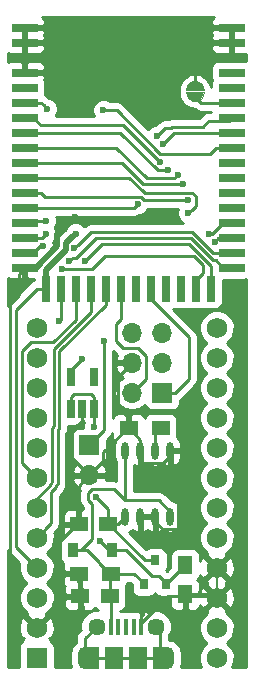
<source format=gbr>
G04 #@! TF.FileFunction,Copper,L1,Top,Signal*
%FSLAX46Y46*%
G04 Gerber Fmt 4.6, Leading zero omitted, Abs format (unit mm)*
G04 Created by KiCad (PCBNEW 4.0.7) date 09/16/18 04:57:12*
%MOMM*%
%LPD*%
G01*
G04 APERTURE LIST*
%ADD10C,0.100000*%
%ADD11C,0.010000*%
%ADD12R,1.752600X1.752600*%
%ADD13C,1.752600*%
%ADD14C,0.400000*%
%ADD15R,0.720000X2.200000*%
%ADD16R,2.200000X0.720000*%
%ADD17R,1.500000X1.900000*%
%ADD18C,1.450000*%
%ADD19R,0.400000X1.350000*%
%ADD20O,1.200000X1.900000*%
%ADD21R,1.200000X1.900000*%
%ADD22R,0.650000X1.560000*%
%ADD23R,0.800000X0.900000*%
%ADD24R,1.250000X1.500000*%
%ADD25R,1.500000X1.250000*%
%ADD26R,1.700000X1.700000*%
%ADD27O,1.700000X1.700000*%
%ADD28R,1.500000X1.300000*%
%ADD29O,0.609600X1.473200*%
%ADD30R,0.900000X1.200000*%
%ADD31C,0.600000*%
%ADD32C,0.250000*%
%ADD33C,0.500000*%
%ADD34C,0.200000*%
%ADD35C,0.254000*%
G04 APERTURE END LIST*
D10*
D11*
G36*
X114251040Y-104288260D02*
X114296240Y-104544760D01*
X114426540Y-104770360D01*
X114626040Y-104937760D01*
X114870840Y-105026860D01*
X115131240Y-105026860D01*
X115376040Y-104937760D01*
X115575540Y-104770360D01*
X115705840Y-104544760D01*
X115751040Y-104288260D01*
X114251040Y-104288260D01*
X114251040Y-104288260D01*
G37*
X114251040Y-104288260D02*
X114296240Y-104544760D01*
X114426540Y-104770360D01*
X114626040Y-104937760D01*
X114870840Y-105026860D01*
X115131240Y-105026860D01*
X115376040Y-104937760D01*
X115575540Y-104770360D01*
X115705840Y-104544760D01*
X115751040Y-104288260D01*
X114251040Y-104288260D01*
G36*
X115751040Y-104088260D02*
X115705840Y-103831760D01*
X115575540Y-103606160D01*
X115376040Y-103438760D01*
X115131240Y-103349660D01*
X114870840Y-103349660D01*
X114626040Y-103438760D01*
X114426540Y-103606160D01*
X114296240Y-103831760D01*
X114251040Y-104088260D01*
X115751040Y-104088260D01*
X115751040Y-104088260D01*
G37*
X115751040Y-104088260D02*
X115705840Y-103831760D01*
X115575540Y-103606160D01*
X115376040Y-103438760D01*
X115131240Y-103349660D01*
X114870840Y-103349660D01*
X114626040Y-103438760D01*
X114426540Y-103606160D01*
X114296240Y-103831760D01*
X114251040Y-104088260D01*
X115751040Y-104088260D01*
D12*
X101600000Y-152146000D03*
D13*
X101600000Y-149606000D03*
X101600000Y-147066000D03*
X101600000Y-144526000D03*
X101600000Y-141986000D03*
X101600000Y-139446000D03*
X101600000Y-136906000D03*
X101600000Y-134366000D03*
X101600000Y-131826000D03*
X101600000Y-129286000D03*
X101600000Y-126746000D03*
X101600000Y-124206000D03*
X116840000Y-124206000D03*
X116840000Y-126746000D03*
X116840000Y-129286000D03*
X116840000Y-131826000D03*
X116840000Y-134366000D03*
X116840000Y-136906000D03*
X116840000Y-139446000D03*
X116840000Y-141986000D03*
X116840000Y-144526000D03*
X116840000Y-147066000D03*
X116840000Y-149606000D03*
X116840000Y-152146000D03*
D14*
X115001040Y-103738260D03*
X115001040Y-104638260D03*
X115001040Y-104638260D03*
X115001040Y-103738260D03*
D15*
X116332000Y-120904000D03*
X115062000Y-120904000D03*
X113792000Y-120904000D03*
X112522000Y-120904000D03*
X111252000Y-120904000D03*
X109982000Y-120904000D03*
X108712000Y-120904000D03*
X107442000Y-120904000D03*
X106172000Y-120904000D03*
X104902000Y-120904000D03*
X103632000Y-120904000D03*
X102362000Y-120904000D03*
D16*
X118110000Y-119126000D03*
X118110000Y-117856000D03*
X118110000Y-116586000D03*
X118110000Y-115316000D03*
X118110000Y-114046000D03*
X118110000Y-112776000D03*
X118110000Y-111506000D03*
X118110000Y-110236000D03*
X118110000Y-108966000D03*
X118110000Y-107696000D03*
X118110000Y-106426000D03*
X118110000Y-105156000D03*
X118110000Y-103886000D03*
X118110000Y-102616000D03*
X118110000Y-100076000D03*
X118110000Y-98806000D03*
X100584000Y-98806000D03*
X100584000Y-100076000D03*
X100584000Y-102616000D03*
X100584000Y-103886000D03*
X100584000Y-105156000D03*
X100584000Y-106426000D03*
X100584000Y-107696000D03*
X100584000Y-108966000D03*
X100584000Y-110236000D03*
X100584000Y-111506000D03*
X100584000Y-112776000D03*
X100584000Y-114046000D03*
X100584000Y-115316000D03*
X100584000Y-116586000D03*
X100584000Y-117856000D03*
X100584000Y-119126000D03*
D17*
X110169200Y-152208980D03*
D18*
X106669200Y-149508980D03*
D19*
X108519200Y-149508980D03*
X107869200Y-149508980D03*
X110469200Y-149508980D03*
X109819200Y-149508980D03*
X109169200Y-149508980D03*
D18*
X111669200Y-149508980D03*
D17*
X108169200Y-152208980D03*
D20*
X105669200Y-152208980D03*
X112669200Y-152208980D03*
D21*
X112069200Y-152208980D03*
X106269200Y-152208980D03*
D22*
X104521000Y-131064000D03*
X105471000Y-131064000D03*
X106421000Y-131064000D03*
X106421000Y-128364000D03*
X104521000Y-128364000D03*
D23*
X110683000Y-145907000D03*
X112583000Y-145907000D03*
X111633000Y-143907000D03*
D24*
X114173000Y-144292000D03*
X114173000Y-146792000D03*
D25*
X107676000Y-140843000D03*
X105176000Y-140843000D03*
D26*
X106072940Y-134167880D03*
D27*
X106072940Y-136707880D03*
D28*
X107903000Y-145034000D03*
X105203000Y-145034000D03*
X112094000Y-132715000D03*
X109394000Y-132715000D03*
D25*
X107803000Y-146939000D03*
X105303000Y-146939000D03*
D26*
X112229900Y-129715260D03*
D27*
X109689900Y-129715260D03*
X112229900Y-127175260D03*
X109689900Y-127175260D03*
X112229900Y-124635260D03*
X109689900Y-124635260D03*
D29*
X112903000Y-134620000D03*
X111633000Y-134620000D03*
X110363000Y-134620000D03*
X109093000Y-134620000D03*
X109093000Y-140208000D03*
X110363000Y-140208000D03*
X111633000Y-140208000D03*
X112903000Y-140208000D03*
D30*
X107949000Y-143002000D03*
X104649000Y-143002000D03*
D31*
X109982000Y-147955000D03*
X105410000Y-147955000D03*
X104815640Y-114808000D03*
X105775760Y-105806484D03*
X101036120Y-120291860D03*
X103124000Y-100076000D03*
X102362000Y-100076000D03*
X109474000Y-100076000D03*
X116078000Y-100076000D03*
X116078000Y-98806000D03*
X109474000Y-98806000D03*
X103124000Y-98806000D03*
X102362000Y-98806000D03*
X102351840Y-115133120D03*
X102144164Y-117310340D03*
X105410000Y-126873000D03*
X104889300Y-116235480D03*
X111757460Y-108003340D03*
X107246420Y-105791000D03*
X112274185Y-108658339D03*
X102402640Y-116265960D03*
X105671708Y-118579336D03*
X103740379Y-119196281D03*
X103525320Y-123639580D03*
X104365728Y-118588588D03*
X104800436Y-117495334D03*
X116682210Y-116926346D03*
X116220410Y-116273078D03*
X112024560Y-110153001D03*
X112760760Y-110881160D03*
X113570969Y-111272954D03*
X113988612Y-112063856D03*
X114438623Y-114513360D03*
X114438623Y-113392642D03*
X102486460Y-105666540D03*
X106426000Y-132588000D03*
X106934000Y-142240000D03*
X106608989Y-138504447D03*
X107294680Y-125310900D03*
X110149810Y-113746280D03*
D32*
X110469200Y-149508980D02*
X110469200Y-149172140D01*
X110469200Y-149172140D02*
X112702340Y-146939000D01*
X112702340Y-146939000D02*
X116713000Y-146939000D01*
X116713000Y-146939000D02*
X116840000Y-147066000D01*
X114173000Y-146792000D02*
X116566000Y-146792000D01*
X116566000Y-146792000D02*
X116840000Y-147066000D01*
X104267000Y-133298000D02*
X104267000Y-134901940D01*
X104267000Y-134901940D02*
X106072940Y-136707880D01*
X105471000Y-131064000D02*
X105471000Y-132094000D01*
X105471000Y-132094000D02*
X104267000Y-133298000D01*
D33*
X104515641Y-115107999D02*
X104815640Y-114808000D01*
X103350423Y-117314617D02*
X103350423Y-116273217D01*
X101539040Y-119126000D02*
X103350423Y-117314617D01*
X100584000Y-119126000D02*
X101539040Y-119126000D01*
X103350423Y-116273217D02*
X104515641Y-115107999D01*
D32*
X109394000Y-132715000D02*
X109394000Y-131815000D01*
X109394000Y-131815000D02*
X108514899Y-130935899D01*
X108514899Y-130935899D02*
X108514899Y-128350261D01*
X108514899Y-128350261D02*
X108839901Y-128025259D01*
X108839901Y-128025259D02*
X109689900Y-127175260D01*
X106072940Y-136707880D02*
X107247941Y-135532879D01*
X107247941Y-135532879D02*
X107247941Y-134761059D01*
X107247941Y-134761059D02*
X109294000Y-132715000D01*
X109294000Y-132715000D02*
X109394000Y-132715000D01*
X112903000Y-134620000D02*
X112903000Y-135606600D01*
X112903000Y-135606600D02*
X113583610Y-136287210D01*
X113583610Y-136287210D02*
X113583610Y-141269610D01*
X110363000Y-134620000D02*
X110363000Y-135606600D01*
X110363000Y-135606600D02*
X110438010Y-135681610D01*
X110438010Y-135681610D02*
X112273190Y-135681610D01*
X112273190Y-135681610D02*
X112903000Y-135051800D01*
X112903000Y-135051800D02*
X112903000Y-134620000D01*
X109394000Y-132715000D02*
X110363000Y-133684000D01*
X110363000Y-133684000D02*
X110363000Y-134620000D01*
X103505000Y-144336000D02*
X103505000Y-142389000D01*
X103505000Y-142389000D02*
X105051000Y-140843000D01*
X105051000Y-140843000D02*
X105176000Y-140843000D01*
X105203000Y-145034000D02*
X104203000Y-145034000D01*
X104203000Y-145034000D02*
X103505000Y-144336000D01*
X110363000Y-140208000D02*
X111633000Y-140208000D01*
X116840000Y-144526000D02*
X113583610Y-141269610D01*
X113583610Y-141269610D02*
X112262810Y-141269610D01*
X112262810Y-141269610D02*
X111633000Y-140639800D01*
X111633000Y-140639800D02*
X111633000Y-140208000D01*
X105176000Y-139968000D02*
X105176000Y-140843000D01*
X105176000Y-137604820D02*
X105176000Y-139968000D01*
X106072940Y-136707880D02*
X105176000Y-137604820D01*
X109982000Y-147955000D02*
X110469200Y-148442200D01*
X110469200Y-148442200D02*
X110469200Y-149508980D01*
X105303000Y-146939000D02*
X105303000Y-147848000D01*
X105303000Y-147848000D02*
X105410000Y-147955000D01*
X105203000Y-145034000D02*
X105203000Y-146839000D01*
X105203000Y-146839000D02*
X105303000Y-146939000D01*
X101600000Y-149606000D02*
X104267000Y-146939000D01*
X104267000Y-146939000D02*
X105303000Y-146939000D01*
X109474000Y-100076000D02*
X108061760Y-100076000D01*
X108061760Y-100076000D02*
X105923080Y-102214680D01*
X105923080Y-102214680D02*
X105923080Y-105659164D01*
X105923080Y-105659164D02*
X105775760Y-105806484D01*
X100584000Y-119126000D02*
X100584000Y-119839740D01*
X100584000Y-119839740D02*
X101036120Y-120291860D01*
X116746020Y-144432020D02*
X116840000Y-144526000D01*
X115001040Y-103738260D02*
X115001040Y-101152960D01*
X115001040Y-101152960D02*
X116078000Y-100076000D01*
X116467500Y-144153500D02*
X116840000Y-144526000D01*
X100584000Y-100076000D02*
X102362000Y-100076000D01*
X109474000Y-100076000D02*
X103124000Y-100076000D01*
X118110000Y-100076000D02*
X116078000Y-100076000D01*
X116078000Y-98806000D02*
X118110000Y-98806000D01*
X103124000Y-98806000D02*
X109474000Y-98806000D01*
X100584000Y-98806000D02*
X102362000Y-98806000D01*
X100584000Y-119126000D02*
X100076000Y-119634000D01*
X100076000Y-119634000D02*
X100076000Y-121412000D01*
X99314000Y-147320000D02*
X101600000Y-149606000D01*
X100076000Y-121412000D02*
X99314000Y-122174000D01*
X99314000Y-122174000D02*
X99314000Y-147320000D01*
X100584000Y-100076000D02*
X100584000Y-102616000D01*
X100584000Y-98806000D02*
X100584000Y-100076000D01*
X118110000Y-100076000D02*
X118110000Y-98806000D01*
X117370000Y-100076000D02*
X118110000Y-100076000D01*
D34*
X116395500Y-144081500D02*
X116840000Y-144526000D01*
X116840000Y-147066000D02*
X116840000Y-145826725D01*
X116840000Y-145826725D02*
X116840000Y-144526000D01*
D32*
X102351840Y-115133120D02*
X100766880Y-115133120D01*
X100766880Y-115133120D02*
X100584000Y-115316000D01*
X100584000Y-115316000D02*
X101324000Y-115316000D01*
X100584000Y-117856000D02*
X101324000Y-117856000D01*
X101934000Y-117246000D02*
X102079824Y-117246000D01*
X101324000Y-117856000D02*
X101934000Y-117246000D01*
X102079824Y-117246000D02*
X102144164Y-117310340D01*
D33*
X104589301Y-116535479D02*
X104889300Y-116235480D01*
X102362000Y-119293005D02*
X104050434Y-117604571D01*
X104050434Y-117074346D02*
X104589301Y-116535479D01*
X102362000Y-120904000D02*
X102362000Y-119293005D01*
X104050434Y-117604571D02*
X104050434Y-117074346D01*
D32*
X105410000Y-126873000D02*
X104521000Y-127762000D01*
X104521000Y-127762000D02*
X104521000Y-128364000D01*
X101600000Y-144526000D02*
X99822000Y-142748000D01*
X99822000Y-142748000D02*
X99822000Y-122682000D01*
X99822000Y-122682000D02*
X101600000Y-120904000D01*
X101600000Y-120904000D02*
X101854000Y-120904000D01*
X101854000Y-120904000D02*
X102362000Y-120904000D01*
X102362000Y-120904000D02*
X102362000Y-120164000D01*
X118110000Y-106426000D02*
X117858540Y-106677460D01*
X117858540Y-106677460D02*
X116197380Y-106677460D01*
X116197380Y-106677460D02*
X115798600Y-107076240D01*
X115798600Y-107076240D02*
X115798600Y-107109260D01*
X115798600Y-107109260D02*
X115661870Y-107245990D01*
X115661870Y-107245990D02*
X113050124Y-107245990D01*
X113050124Y-107245990D02*
X112993814Y-107302300D01*
X112993814Y-107302300D02*
X112458500Y-107302300D01*
X112458500Y-107302300D02*
X112057459Y-107703341D01*
X112057459Y-107703341D02*
X111757460Y-108003340D01*
X101600000Y-147066000D02*
X101838340Y-147066000D01*
X108379344Y-105791000D02*
X107670684Y-105791000D01*
X112047265Y-109458921D02*
X108379344Y-105791000D01*
X116267079Y-109458921D02*
X112047265Y-109458921D01*
X116760000Y-108966000D02*
X116267079Y-109458921D01*
X118110000Y-108966000D02*
X116760000Y-108966000D01*
X107670684Y-105791000D02*
X107246420Y-105791000D01*
D34*
X101926000Y-146740000D02*
X101600000Y-147066000D01*
D32*
X112574184Y-108358340D02*
X112274185Y-108658339D01*
X118110000Y-107696000D02*
X113236524Y-107696000D01*
X113236524Y-107696000D02*
X112574184Y-108358340D01*
X100584000Y-116586000D02*
X102082600Y-116586000D01*
X102082600Y-116586000D02*
X102402640Y-116265960D01*
X100584000Y-116586000D02*
X101324000Y-116586000D01*
X116332000Y-120904000D02*
X116332000Y-118946347D01*
X107161479Y-117089565D02*
X105971707Y-118279337D01*
X105971707Y-118279337D02*
X105671708Y-118579336D01*
X114475218Y-117089565D02*
X107161479Y-117089565D01*
X116332000Y-118946347D02*
X114475218Y-117089565D01*
X116332000Y-120904000D02*
X116332000Y-121644000D01*
X104164643Y-119196281D02*
X103740379Y-119196281D01*
X115672000Y-118922758D02*
X114887182Y-118137940D01*
X115672000Y-119554000D02*
X115672000Y-118922758D01*
X115062000Y-120904000D02*
X115062000Y-120164000D01*
X106311981Y-119225221D02*
X104193583Y-119225221D01*
X114887182Y-118137940D02*
X107399262Y-118137940D01*
X104193583Y-119225221D02*
X104164643Y-119196281D01*
X115062000Y-120164000D02*
X115672000Y-119554000D01*
X107399262Y-118137940D02*
X106311981Y-119225221D01*
X115062000Y-120904000D02*
X115062000Y-121644000D01*
X111252000Y-120904000D02*
X111252000Y-121644000D01*
X111252000Y-120904000D02*
X111252000Y-121795540D01*
X111252000Y-121795540D02*
X114490500Y-125034040D01*
X114490500Y-125034040D02*
X114490500Y-128554660D01*
X114490500Y-128554660D02*
X113329900Y-129715260D01*
X113329900Y-129715260D02*
X112229900Y-129715260D01*
X109689900Y-129715260D02*
X110864901Y-128540259D01*
X110864901Y-128540259D02*
X110864901Y-126611259D01*
X110864901Y-126611259D02*
X110202082Y-125948440D01*
X110202082Y-125948440D02*
X108912660Y-125948440D01*
X108912660Y-125948440D02*
X108313220Y-125349000D01*
X108313220Y-125349000D02*
X108313220Y-123855480D01*
X108313220Y-123855480D02*
X108712000Y-123456700D01*
X108712000Y-123456700D02*
X108712000Y-120904000D01*
X108712000Y-120904000D02*
X108712000Y-121644000D01*
X108712000Y-120904000D02*
X108712000Y-120164000D01*
X102476299Y-141109701D02*
X101600000Y-141986000D01*
X102809978Y-138110359D02*
X102809978Y-140776022D01*
X102809978Y-140776022D02*
X102476299Y-141109701D01*
X103366975Y-137439985D02*
X103251312Y-137555648D01*
X103251312Y-137555648D02*
X103251312Y-137669025D01*
X103366978Y-132879343D02*
X103366975Y-137439985D01*
X103524458Y-132721863D02*
X103366978Y-132879343D01*
X107442000Y-122254000D02*
X103524458Y-126171542D01*
X103251312Y-137669025D02*
X102809978Y-138110359D01*
X103524458Y-126171542D02*
X103524458Y-132721863D01*
X107442000Y-120904000D02*
X107442000Y-122254000D01*
X102801301Y-137482625D02*
X101600000Y-138683926D01*
X106172000Y-122887589D02*
X103074447Y-125985142D01*
X102916967Y-132692943D02*
X102916965Y-137253583D01*
X101600000Y-138683926D02*
X101600000Y-139446000D01*
X102801301Y-137369248D02*
X102801301Y-137482625D01*
X106172000Y-120904000D02*
X106172000Y-122887589D01*
X103074447Y-132535463D02*
X102916967Y-132692943D01*
X102916965Y-137253583D02*
X102801301Y-137369248D01*
X103074447Y-125985142D02*
X103074447Y-132535463D01*
X104902000Y-120904000D02*
X104902000Y-123521178D01*
X104902000Y-123521178D02*
X103015877Y-125407301D01*
X103015877Y-125407301D02*
X101160773Y-125407301D01*
X101160773Y-125407301D02*
X100398699Y-126169375D01*
X100723701Y-136029701D02*
X101600000Y-136906000D01*
X100398699Y-126169375D02*
X100398699Y-135704699D01*
X100398699Y-135704699D02*
X100723701Y-136029701D01*
X103632000Y-120904000D02*
X103632000Y-123532900D01*
X103632000Y-123532900D02*
X103525320Y-123639580D01*
X103632000Y-120904000D02*
X103632000Y-121644000D01*
X104665727Y-118288589D02*
X104365728Y-118588588D01*
X104932185Y-118288589D02*
X104665727Y-118288589D01*
X106591594Y-116629180D02*
X104932185Y-118288589D01*
X114651244Y-116629180D02*
X106591594Y-116629180D01*
X116538064Y-118516000D02*
X114651244Y-116629180D01*
X116760000Y-118516000D02*
X116538064Y-118516000D01*
X118110000Y-119126000D02*
X117370000Y-119126000D01*
X117370000Y-119126000D02*
X116760000Y-118516000D01*
X105100435Y-117195335D02*
X104800436Y-117495334D01*
X114759334Y-116100860D02*
X106194910Y-116100860D01*
X118110000Y-117856000D02*
X116514474Y-117856000D01*
X106194910Y-116100860D02*
X105100435Y-117195335D01*
X116514474Y-117856000D02*
X114759334Y-116100860D01*
X101600000Y-129286000D02*
X102011480Y-128874520D01*
X117022556Y-116586000D02*
X116982209Y-116626347D01*
X116982209Y-116626347D02*
X116682210Y-116926346D01*
X118110000Y-116586000D02*
X117022556Y-116586000D01*
X116412922Y-116273078D02*
X116220410Y-116273078D01*
X118110000Y-115316000D02*
X117370000Y-115316000D01*
X117370000Y-115316000D02*
X116412922Y-116273078D01*
X111724561Y-109853002D02*
X112024560Y-110153001D01*
X108907559Y-107036000D02*
X111724561Y-109853002D01*
X101934000Y-107036000D02*
X108907559Y-107036000D01*
X100584000Y-106426000D02*
X101324000Y-106426000D01*
X101324000Y-106426000D02*
X101934000Y-107036000D01*
X100584000Y-107696000D02*
X108650596Y-107696000D01*
X108650596Y-107696000D02*
X111835756Y-110881160D01*
X111835756Y-110881160D02*
X112336496Y-110881160D01*
X112336496Y-110881160D02*
X112760760Y-110881160D01*
X108294996Y-108966000D02*
X110901949Y-111572953D01*
X113270970Y-111572953D02*
X113570969Y-111272954D01*
X100584000Y-108966000D02*
X108294996Y-108966000D01*
X110901949Y-111572953D02*
X113270970Y-111572953D01*
X100584000Y-110236000D02*
X108802996Y-110236000D01*
X108802996Y-110236000D02*
X110630852Y-112063856D01*
X110630852Y-112063856D02*
X113564348Y-112063856D01*
X113564348Y-112063856D02*
X113988612Y-112063856D01*
X115063625Y-113888358D02*
X114738622Y-114213361D01*
X115063625Y-113092640D02*
X115063625Y-113888358D01*
X110732582Y-112767640D02*
X114738625Y-112767640D01*
X110636212Y-112671270D02*
X110732582Y-112767640D01*
X109417465Y-111506000D02*
X110582733Y-112671268D01*
X100584000Y-111506000D02*
X109417465Y-111506000D01*
X110582733Y-112671268D02*
X110636212Y-112671270D01*
X114738622Y-114213361D02*
X114438623Y-114513360D01*
X114738625Y-112767640D02*
X115063625Y-113092640D01*
X110449811Y-113121279D02*
X110721174Y-113392642D01*
X101934000Y-112776000D02*
X102279279Y-113121279D01*
X102279279Y-113121279D02*
X110449811Y-113121279D01*
X114014359Y-113392642D02*
X114438623Y-113392642D01*
X100584000Y-112776000D02*
X101934000Y-112776000D01*
X110721174Y-113392642D02*
X114014359Y-113392642D01*
X115001040Y-104638260D02*
X115518780Y-105156000D01*
X115518780Y-105156000D02*
X118110000Y-105156000D01*
X100584000Y-105156000D02*
X101975920Y-105156000D01*
X101975920Y-105156000D02*
X102186461Y-105366541D01*
X102186461Y-105366541D02*
X102486460Y-105666540D01*
X112069200Y-152208980D02*
X112069200Y-149908980D01*
X112069200Y-149908980D02*
X111669200Y-149508980D01*
X110169200Y-152208980D02*
X112669200Y-152208980D01*
X108169200Y-152208980D02*
X110169200Y-152208980D01*
X108169200Y-152208980D02*
X105669200Y-152208980D01*
X106669200Y-149508980D02*
X105669200Y-150508980D01*
X105669200Y-150508980D02*
X105669200Y-152208980D01*
X104649000Y-143002000D02*
X105349000Y-143002000D01*
X105983988Y-138204446D02*
X106308988Y-137879446D01*
X105983988Y-138804448D02*
X105983988Y-138204446D01*
X108161445Y-137879445D02*
X109093000Y-138811000D01*
X105349000Y-143002000D02*
X106293707Y-142057293D01*
X106308988Y-137879446D02*
X108161445Y-137879445D01*
X106293707Y-139114167D02*
X105983988Y-138804448D01*
X106293707Y-142057293D02*
X106293707Y-139114167D01*
X109093000Y-138811000D02*
X111937800Y-138811000D01*
X109093000Y-134620000D02*
X109093000Y-138811000D01*
X111937800Y-138811000D02*
X112903000Y-139776200D01*
X112903000Y-139776200D02*
X112903000Y-140208000D01*
X107903000Y-145034000D02*
X109860000Y-145034000D01*
X109860000Y-145034000D02*
X110683000Y-145857000D01*
X110683000Y-145857000D02*
X110683000Y-145907000D01*
X104649000Y-143002000D02*
X105871000Y-143002000D01*
X105871000Y-143002000D02*
X106903000Y-144034000D01*
X106903000Y-144034000D02*
X106903000Y-144134000D01*
X106903000Y-144134000D02*
X107803000Y-145034000D01*
X107803000Y-145034000D02*
X107903000Y-145034000D01*
X107803000Y-146939000D02*
X107803000Y-145134000D01*
X107803000Y-145134000D02*
X107903000Y-145034000D01*
X107869200Y-149508980D02*
X107869200Y-147005200D01*
X107869200Y-147005200D02*
X107803000Y-146939000D01*
X107869200Y-149033980D02*
X107869200Y-149508980D01*
X104761000Y-129794000D02*
X106181000Y-129794000D01*
X106181000Y-129794000D02*
X106421000Y-130034000D01*
X106421000Y-130034000D02*
X106421000Y-131064000D01*
X104521000Y-131064000D02*
X104521000Y-130034000D01*
X104521000Y-130034000D02*
X104761000Y-129794000D01*
X106426000Y-132588000D02*
X106426000Y-131069000D01*
X106426000Y-131069000D02*
X106421000Y-131064000D01*
X107949000Y-143002000D02*
X107696000Y-143002000D01*
X107696000Y-143002000D02*
X106934000Y-142240000D01*
X108649000Y-143002000D02*
X107949000Y-143002000D01*
X109198590Y-143002000D02*
X108649000Y-143002000D01*
X111403590Y-145207000D02*
X109198590Y-143002000D01*
X111933000Y-145207000D02*
X111403590Y-145207000D01*
X112583000Y-145857000D02*
X111933000Y-145207000D01*
X112583000Y-145907000D02*
X112583000Y-145857000D01*
X112583000Y-145907000D02*
X112583000Y-145882000D01*
X112583000Y-145882000D02*
X114173000Y-144292000D01*
X107676000Y-139571458D02*
X106908988Y-138804446D01*
X106908988Y-138804446D02*
X106608989Y-138504447D01*
X107676000Y-140843000D02*
X107676000Y-139571458D01*
X111633000Y-143907000D02*
X110740000Y-143907000D01*
X110740000Y-143907000D02*
X107676000Y-140843000D01*
X107676000Y-140843000D02*
X108458000Y-140843000D01*
X108458000Y-140843000D02*
X109093000Y-140208000D01*
X107294680Y-125310900D02*
X107294680Y-132885180D01*
X107294680Y-132885180D02*
X106072940Y-134106920D01*
X106072940Y-134106920D02*
X106072940Y-134167880D01*
X111633000Y-134620000D02*
X111633000Y-133176000D01*
X111633000Y-133176000D02*
X112094000Y-132715000D01*
X109850090Y-114046000D02*
X110149810Y-113746280D01*
X100584000Y-114046000D02*
X109850090Y-114046000D01*
D35*
G36*
X105492838Y-132079317D02*
X105573056Y-132203979D01*
X105491162Y-132401201D01*
X105490927Y-132670440D01*
X105222940Y-132670440D01*
X104987623Y-132714718D01*
X104771499Y-132853790D01*
X104626509Y-133065990D01*
X104575500Y-133317880D01*
X104575500Y-135017880D01*
X104619778Y-135253197D01*
X104758850Y-135469321D01*
X104971050Y-135614311D01*
X105079047Y-135636181D01*
X104801295Y-135940956D01*
X104631464Y-136350990D01*
X104752785Y-136580880D01*
X105945940Y-136580880D01*
X105945940Y-136560880D01*
X106199940Y-136560880D01*
X106199940Y-136580880D01*
X107393095Y-136580880D01*
X107514416Y-136350990D01*
X107344585Y-135940956D01*
X107068439Y-135637943D01*
X107158257Y-135621042D01*
X107374381Y-135481970D01*
X107519371Y-135269770D01*
X107570380Y-135017880D01*
X107570380Y-133684282D01*
X107832081Y-133422581D01*
X107996828Y-133176020D01*
X108009000Y-133114828D01*
X108009000Y-133491310D01*
X108105673Y-133724699D01*
X108217756Y-133836782D01*
X108153200Y-134161329D01*
X108153200Y-135078671D01*
X108224738Y-135438317D01*
X108333000Y-135600343D01*
X108333000Y-137153570D01*
X108161445Y-137119445D01*
X107491770Y-137119445D01*
X107514416Y-137064770D01*
X107393095Y-136834880D01*
X106199940Y-136834880D01*
X106199940Y-136854880D01*
X105945940Y-136854880D01*
X105945940Y-136834880D01*
X104752785Y-136834880D01*
X104631464Y-137064770D01*
X104801295Y-137474804D01*
X105191582Y-137903063D01*
X105276047Y-137942730D01*
X105223988Y-138204446D01*
X105223988Y-138804448D01*
X105281840Y-139095287D01*
X105446587Y-139341849D01*
X105533707Y-139428969D01*
X105533707Y-139583000D01*
X105461750Y-139583000D01*
X105303000Y-139741750D01*
X105303000Y-140716000D01*
X105323000Y-140716000D01*
X105323000Y-140970000D01*
X105303000Y-140970000D01*
X105303000Y-140990000D01*
X105049000Y-140990000D01*
X105049000Y-140970000D01*
X103949750Y-140970000D01*
X103791000Y-141128750D01*
X103791000Y-141594310D01*
X103887673Y-141827699D01*
X103899873Y-141839899D01*
X103747559Y-141937910D01*
X103602569Y-142150110D01*
X103551560Y-142402000D01*
X103551560Y-143602000D01*
X103595838Y-143837317D01*
X103734910Y-144053441D01*
X103865612Y-144142746D01*
X103818000Y-144257690D01*
X103818000Y-144748250D01*
X103976750Y-144907000D01*
X105076000Y-144907000D01*
X105076000Y-144887000D01*
X105330000Y-144887000D01*
X105330000Y-144907000D01*
X105350000Y-144907000D01*
X105350000Y-145161000D01*
X105330000Y-145161000D01*
X105330000Y-146160250D01*
X105430000Y-146260250D01*
X105430000Y-146812000D01*
X105450000Y-146812000D01*
X105450000Y-147066000D01*
X105430000Y-147066000D01*
X105430000Y-148040250D01*
X105588750Y-148199000D01*
X106179309Y-148199000D01*
X106412698Y-148102327D01*
X106553936Y-147961090D01*
X106588910Y-148015441D01*
X106784498Y-148149080D01*
X106399866Y-148148744D01*
X105899828Y-148355356D01*
X105516920Y-148737596D01*
X105309437Y-149237272D01*
X105308964Y-149778314D01*
X105313671Y-149789707D01*
X105131799Y-149971579D01*
X104967052Y-150218141D01*
X104909200Y-150508980D01*
X104909200Y-150878962D01*
X104795923Y-150954651D01*
X104528209Y-151355314D01*
X104434200Y-151827928D01*
X104434200Y-152590032D01*
X104507791Y-152960000D01*
X103123740Y-152960000D01*
X103123740Y-151269700D01*
X103079462Y-151034383D01*
X102940390Y-150818259D01*
X102728190Y-150673269D01*
X102711720Y-150669934D01*
X102777631Y-150604023D01*
X102663003Y-150489395D01*
X102917027Y-150405896D01*
X103122882Y-149841003D01*
X103096891Y-149240332D01*
X102917027Y-148806104D01*
X102663001Y-148722604D01*
X101779605Y-149606000D01*
X101793748Y-149620143D01*
X101614143Y-149799748D01*
X101600000Y-149785605D01*
X101585858Y-149799748D01*
X101406253Y-149620143D01*
X101420395Y-149606000D01*
X100536999Y-148722604D01*
X100282973Y-148806104D01*
X100077118Y-149370997D01*
X100103109Y-149971668D01*
X100282973Y-150405896D01*
X100536997Y-150489395D01*
X100422369Y-150604023D01*
X100486254Y-150667908D01*
X100272259Y-150805610D01*
X100127269Y-151017810D01*
X100076260Y-151269700D01*
X100076260Y-152960000D01*
X99135000Y-152960000D01*
X99135000Y-143061510D01*
X99284599Y-143285401D01*
X100128367Y-144129169D01*
X100088963Y-144224065D01*
X100088438Y-144825297D01*
X100318035Y-145380964D01*
X100732698Y-145796351D01*
X100319529Y-146208800D01*
X100088963Y-146764065D01*
X100088438Y-147365297D01*
X100318035Y-147920964D01*
X100742800Y-148346471D01*
X100776592Y-148360503D01*
X100716604Y-148542999D01*
X101600000Y-149426395D01*
X102483396Y-148542999D01*
X102423553Y-148360944D01*
X102454964Y-148347965D01*
X102880471Y-147923200D01*
X103111037Y-147367935D01*
X103111162Y-147224750D01*
X103918000Y-147224750D01*
X103918000Y-147690310D01*
X104014673Y-147923699D01*
X104193302Y-148102327D01*
X104426691Y-148199000D01*
X105017250Y-148199000D01*
X105176000Y-148040250D01*
X105176000Y-147066000D01*
X104076750Y-147066000D01*
X103918000Y-147224750D01*
X103111162Y-147224750D01*
X103111562Y-146766703D01*
X102881965Y-146211036D01*
X102467302Y-145795649D01*
X102880471Y-145383200D01*
X102906817Y-145319750D01*
X103818000Y-145319750D01*
X103818000Y-145810310D01*
X103914673Y-146043699D01*
X103959200Y-146088225D01*
X103918000Y-146187690D01*
X103918000Y-146653250D01*
X104076750Y-146812000D01*
X105176000Y-146812000D01*
X105176000Y-145837750D01*
X105076000Y-145737750D01*
X105076000Y-145161000D01*
X103976750Y-145161000D01*
X103818000Y-145319750D01*
X102906817Y-145319750D01*
X103111037Y-144827935D01*
X103111562Y-144226703D01*
X102881965Y-143671036D01*
X102467302Y-143255649D01*
X102880471Y-142843200D01*
X103111037Y-142287935D01*
X103111562Y-141686703D01*
X103071370Y-141589432D01*
X103347379Y-141313423D01*
X103512126Y-141066862D01*
X103569978Y-140776022D01*
X103569978Y-140091690D01*
X103791000Y-140091690D01*
X103791000Y-140557250D01*
X103949750Y-140716000D01*
X105049000Y-140716000D01*
X105049000Y-139741750D01*
X104890250Y-139583000D01*
X104299691Y-139583000D01*
X104066302Y-139679673D01*
X103887673Y-139858301D01*
X103791000Y-140091690D01*
X103569978Y-140091690D01*
X103569978Y-138425161D01*
X103788713Y-138206426D01*
X103953460Y-137959864D01*
X103969303Y-137880216D01*
X104069123Y-137730825D01*
X104126975Y-137439985D01*
X104126978Y-133161807D01*
X104226606Y-133012703D01*
X104284458Y-132721863D01*
X104284458Y-132491440D01*
X104846000Y-132491440D01*
X104986086Y-132465081D01*
X105019690Y-132479000D01*
X105185250Y-132479000D01*
X105344000Y-132320250D01*
X105344000Y-132239949D01*
X105442431Y-132095890D01*
X105470176Y-131958880D01*
X105492838Y-132079317D01*
X105492838Y-132079317D01*
G37*
X105492838Y-132079317D02*
X105573056Y-132203979D01*
X105491162Y-132401201D01*
X105490927Y-132670440D01*
X105222940Y-132670440D01*
X104987623Y-132714718D01*
X104771499Y-132853790D01*
X104626509Y-133065990D01*
X104575500Y-133317880D01*
X104575500Y-135017880D01*
X104619778Y-135253197D01*
X104758850Y-135469321D01*
X104971050Y-135614311D01*
X105079047Y-135636181D01*
X104801295Y-135940956D01*
X104631464Y-136350990D01*
X104752785Y-136580880D01*
X105945940Y-136580880D01*
X105945940Y-136560880D01*
X106199940Y-136560880D01*
X106199940Y-136580880D01*
X107393095Y-136580880D01*
X107514416Y-136350990D01*
X107344585Y-135940956D01*
X107068439Y-135637943D01*
X107158257Y-135621042D01*
X107374381Y-135481970D01*
X107519371Y-135269770D01*
X107570380Y-135017880D01*
X107570380Y-133684282D01*
X107832081Y-133422581D01*
X107996828Y-133176020D01*
X108009000Y-133114828D01*
X108009000Y-133491310D01*
X108105673Y-133724699D01*
X108217756Y-133836782D01*
X108153200Y-134161329D01*
X108153200Y-135078671D01*
X108224738Y-135438317D01*
X108333000Y-135600343D01*
X108333000Y-137153570D01*
X108161445Y-137119445D01*
X107491770Y-137119445D01*
X107514416Y-137064770D01*
X107393095Y-136834880D01*
X106199940Y-136834880D01*
X106199940Y-136854880D01*
X105945940Y-136854880D01*
X105945940Y-136834880D01*
X104752785Y-136834880D01*
X104631464Y-137064770D01*
X104801295Y-137474804D01*
X105191582Y-137903063D01*
X105276047Y-137942730D01*
X105223988Y-138204446D01*
X105223988Y-138804448D01*
X105281840Y-139095287D01*
X105446587Y-139341849D01*
X105533707Y-139428969D01*
X105533707Y-139583000D01*
X105461750Y-139583000D01*
X105303000Y-139741750D01*
X105303000Y-140716000D01*
X105323000Y-140716000D01*
X105323000Y-140970000D01*
X105303000Y-140970000D01*
X105303000Y-140990000D01*
X105049000Y-140990000D01*
X105049000Y-140970000D01*
X103949750Y-140970000D01*
X103791000Y-141128750D01*
X103791000Y-141594310D01*
X103887673Y-141827699D01*
X103899873Y-141839899D01*
X103747559Y-141937910D01*
X103602569Y-142150110D01*
X103551560Y-142402000D01*
X103551560Y-143602000D01*
X103595838Y-143837317D01*
X103734910Y-144053441D01*
X103865612Y-144142746D01*
X103818000Y-144257690D01*
X103818000Y-144748250D01*
X103976750Y-144907000D01*
X105076000Y-144907000D01*
X105076000Y-144887000D01*
X105330000Y-144887000D01*
X105330000Y-144907000D01*
X105350000Y-144907000D01*
X105350000Y-145161000D01*
X105330000Y-145161000D01*
X105330000Y-146160250D01*
X105430000Y-146260250D01*
X105430000Y-146812000D01*
X105450000Y-146812000D01*
X105450000Y-147066000D01*
X105430000Y-147066000D01*
X105430000Y-148040250D01*
X105588750Y-148199000D01*
X106179309Y-148199000D01*
X106412698Y-148102327D01*
X106553936Y-147961090D01*
X106588910Y-148015441D01*
X106784498Y-148149080D01*
X106399866Y-148148744D01*
X105899828Y-148355356D01*
X105516920Y-148737596D01*
X105309437Y-149237272D01*
X105308964Y-149778314D01*
X105313671Y-149789707D01*
X105131799Y-149971579D01*
X104967052Y-150218141D01*
X104909200Y-150508980D01*
X104909200Y-150878962D01*
X104795923Y-150954651D01*
X104528209Y-151355314D01*
X104434200Y-151827928D01*
X104434200Y-152590032D01*
X104507791Y-152960000D01*
X103123740Y-152960000D01*
X103123740Y-151269700D01*
X103079462Y-151034383D01*
X102940390Y-150818259D01*
X102728190Y-150673269D01*
X102711720Y-150669934D01*
X102777631Y-150604023D01*
X102663003Y-150489395D01*
X102917027Y-150405896D01*
X103122882Y-149841003D01*
X103096891Y-149240332D01*
X102917027Y-148806104D01*
X102663001Y-148722604D01*
X101779605Y-149606000D01*
X101793748Y-149620143D01*
X101614143Y-149799748D01*
X101600000Y-149785605D01*
X101585858Y-149799748D01*
X101406253Y-149620143D01*
X101420395Y-149606000D01*
X100536999Y-148722604D01*
X100282973Y-148806104D01*
X100077118Y-149370997D01*
X100103109Y-149971668D01*
X100282973Y-150405896D01*
X100536997Y-150489395D01*
X100422369Y-150604023D01*
X100486254Y-150667908D01*
X100272259Y-150805610D01*
X100127269Y-151017810D01*
X100076260Y-151269700D01*
X100076260Y-152960000D01*
X99135000Y-152960000D01*
X99135000Y-143061510D01*
X99284599Y-143285401D01*
X100128367Y-144129169D01*
X100088963Y-144224065D01*
X100088438Y-144825297D01*
X100318035Y-145380964D01*
X100732698Y-145796351D01*
X100319529Y-146208800D01*
X100088963Y-146764065D01*
X100088438Y-147365297D01*
X100318035Y-147920964D01*
X100742800Y-148346471D01*
X100776592Y-148360503D01*
X100716604Y-148542999D01*
X101600000Y-149426395D01*
X102483396Y-148542999D01*
X102423553Y-148360944D01*
X102454964Y-148347965D01*
X102880471Y-147923200D01*
X103111037Y-147367935D01*
X103111162Y-147224750D01*
X103918000Y-147224750D01*
X103918000Y-147690310D01*
X104014673Y-147923699D01*
X104193302Y-148102327D01*
X104426691Y-148199000D01*
X105017250Y-148199000D01*
X105176000Y-148040250D01*
X105176000Y-147066000D01*
X104076750Y-147066000D01*
X103918000Y-147224750D01*
X103111162Y-147224750D01*
X103111562Y-146766703D01*
X102881965Y-146211036D01*
X102467302Y-145795649D01*
X102880471Y-145383200D01*
X102906817Y-145319750D01*
X103818000Y-145319750D01*
X103818000Y-145810310D01*
X103914673Y-146043699D01*
X103959200Y-146088225D01*
X103918000Y-146187690D01*
X103918000Y-146653250D01*
X104076750Y-146812000D01*
X105176000Y-146812000D01*
X105176000Y-145837750D01*
X105076000Y-145737750D01*
X105076000Y-145161000D01*
X103976750Y-145161000D01*
X103818000Y-145319750D01*
X102906817Y-145319750D01*
X103111037Y-144827935D01*
X103111562Y-144226703D01*
X102881965Y-143671036D01*
X102467302Y-143255649D01*
X102880471Y-142843200D01*
X103111037Y-142287935D01*
X103111562Y-141686703D01*
X103071370Y-141589432D01*
X103347379Y-141313423D01*
X103512126Y-141066862D01*
X103569978Y-140776022D01*
X103569978Y-140091690D01*
X103791000Y-140091690D01*
X103791000Y-140557250D01*
X103949750Y-140716000D01*
X105049000Y-140716000D01*
X105049000Y-139741750D01*
X104890250Y-139583000D01*
X104299691Y-139583000D01*
X104066302Y-139679673D01*
X103887673Y-139858301D01*
X103791000Y-140091690D01*
X103569978Y-140091690D01*
X103569978Y-138425161D01*
X103788713Y-138206426D01*
X103953460Y-137959864D01*
X103969303Y-137880216D01*
X104069123Y-137730825D01*
X104126975Y-137439985D01*
X104126978Y-133161807D01*
X104226606Y-133012703D01*
X104284458Y-132721863D01*
X104284458Y-132491440D01*
X104846000Y-132491440D01*
X104986086Y-132465081D01*
X105019690Y-132479000D01*
X105185250Y-132479000D01*
X105344000Y-132320250D01*
X105344000Y-132239949D01*
X105442431Y-132095890D01*
X105470176Y-131958880D01*
X105492838Y-132079317D01*
G36*
X119305000Y-152960000D02*
X118138409Y-152960000D01*
X118351037Y-152447935D01*
X118351562Y-151846703D01*
X118121965Y-151291036D01*
X117707302Y-150875649D01*
X118120471Y-150463200D01*
X118351037Y-149907935D01*
X118351562Y-149306703D01*
X118121965Y-148751036D01*
X117697200Y-148325529D01*
X117663408Y-148311497D01*
X117723396Y-148129001D01*
X116840000Y-147245605D01*
X115956604Y-148129001D01*
X116016447Y-148311056D01*
X115985036Y-148324035D01*
X115559529Y-148748800D01*
X115328963Y-149304065D01*
X115328438Y-149905297D01*
X115558035Y-150460964D01*
X115972698Y-150876351D01*
X115559529Y-151288800D01*
X115328963Y-151844065D01*
X115328438Y-152445297D01*
X115541109Y-152960000D01*
X113830609Y-152960000D01*
X113904200Y-152590032D01*
X113904200Y-151827928D01*
X113810191Y-151355314D01*
X113542477Y-150954651D01*
X113141814Y-150686937D01*
X112829200Y-150624754D01*
X112829200Y-150261772D01*
X113028963Y-149780688D01*
X113029436Y-149239646D01*
X112822824Y-148739608D01*
X112440584Y-148356700D01*
X111940908Y-148149217D01*
X111399866Y-148148744D01*
X111033407Y-148300162D01*
X111028898Y-148295653D01*
X110795509Y-148198980D01*
X110727950Y-148198980D01*
X110569200Y-148357730D01*
X110569200Y-148516047D01*
X110483290Y-148382539D01*
X110271090Y-148237549D01*
X110243415Y-148231945D01*
X110210450Y-148198980D01*
X110142891Y-148198980D01*
X110122447Y-148207448D01*
X110019200Y-148186540D01*
X109619200Y-148186540D01*
X109489611Y-148210924D01*
X109369200Y-148186540D01*
X108969200Y-148186540D01*
X108839611Y-148210924D01*
X108719200Y-148186540D01*
X108685332Y-148186540D01*
X108788317Y-148167162D01*
X109004441Y-148028090D01*
X109149431Y-147815890D01*
X109200440Y-147564000D01*
X109200440Y-146314000D01*
X109156162Y-146078683D01*
X109154078Y-146075444D01*
X109249431Y-145935890D01*
X109278164Y-145794000D01*
X109545198Y-145794000D01*
X109635560Y-145884362D01*
X109635560Y-146357000D01*
X109679838Y-146592317D01*
X109818910Y-146808441D01*
X110031110Y-146953431D01*
X110283000Y-147004440D01*
X111083000Y-147004440D01*
X111318317Y-146960162D01*
X111534441Y-146821090D01*
X111633633Y-146675917D01*
X111718910Y-146808441D01*
X111931110Y-146953431D01*
X112183000Y-147004440D01*
X112983000Y-147004440D01*
X112987077Y-147003673D01*
X112913000Y-147077750D01*
X112913000Y-147668309D01*
X113009673Y-147901698D01*
X113188301Y-148080327D01*
X113421690Y-148177000D01*
X113887250Y-148177000D01*
X114046000Y-148018250D01*
X114046000Y-146919000D01*
X114026000Y-146919000D01*
X114026000Y-146665000D01*
X114046000Y-146665000D01*
X114046000Y-146645000D01*
X114300000Y-146645000D01*
X114300000Y-146665000D01*
X114320000Y-146665000D01*
X114320000Y-146919000D01*
X114300000Y-146919000D01*
X114300000Y-148018250D01*
X114458750Y-148177000D01*
X114924310Y-148177000D01*
X115157699Y-148080327D01*
X115336327Y-147901698D01*
X115433000Y-147668309D01*
X115433000Y-147648683D01*
X115522973Y-147865896D01*
X115776999Y-147949396D01*
X116660395Y-147066000D01*
X117019605Y-147066000D01*
X117903001Y-147949396D01*
X118157027Y-147865896D01*
X118362882Y-147301003D01*
X118336891Y-146700332D01*
X118157027Y-146266104D01*
X117903001Y-146182604D01*
X117019605Y-147066000D01*
X116660395Y-147066000D01*
X115776999Y-146182604D01*
X115522973Y-146266104D01*
X115377610Y-146664998D01*
X115274252Y-146664998D01*
X115433000Y-146506250D01*
X115433000Y-145915691D01*
X115336327Y-145682302D01*
X115243027Y-145589001D01*
X115956604Y-145589001D01*
X116024646Y-145796000D01*
X115956604Y-146002999D01*
X116840000Y-146886395D01*
X117723396Y-146002999D01*
X117655354Y-145796000D01*
X117723396Y-145589001D01*
X116840000Y-144705605D01*
X115956604Y-145589001D01*
X115243027Y-145589001D01*
X115195090Y-145541064D01*
X115249441Y-145506090D01*
X115394431Y-145293890D01*
X115432286Y-145106958D01*
X115522973Y-145325896D01*
X115776999Y-145409396D01*
X116660395Y-144526000D01*
X117019605Y-144526000D01*
X117903001Y-145409396D01*
X118157027Y-145325896D01*
X118362882Y-144761003D01*
X118336891Y-144160332D01*
X118157027Y-143726104D01*
X117903001Y-143642604D01*
X117019605Y-144526000D01*
X116660395Y-144526000D01*
X115776999Y-143642604D01*
X115522973Y-143726104D01*
X115445440Y-143938865D01*
X115445440Y-143542000D01*
X115401162Y-143306683D01*
X115262090Y-143090559D01*
X115049890Y-142945569D01*
X114798000Y-142894560D01*
X113548000Y-142894560D01*
X113312683Y-142938838D01*
X113096559Y-143077910D01*
X112951569Y-143290110D01*
X112900560Y-143542000D01*
X112900560Y-144489638D01*
X112595500Y-144794698D01*
X112540235Y-144739433D01*
X112629431Y-144608890D01*
X112680440Y-144357000D01*
X112680440Y-143457000D01*
X112636162Y-143221683D01*
X112497090Y-143005559D01*
X112284890Y-142860569D01*
X112033000Y-142809560D01*
X111233000Y-142809560D01*
X110997683Y-142853838D01*
X110854059Y-142946257D01*
X109444379Y-141536577D01*
X109452646Y-141534933D01*
X109741912Y-141341651D01*
X109788264Y-141394142D01*
X110091895Y-141539647D01*
X110236000Y-141410456D01*
X110236000Y-140335000D01*
X110490000Y-140335000D01*
X110490000Y-141410456D01*
X110634105Y-141539647D01*
X110937736Y-141394142D01*
X110998000Y-141325897D01*
X111058264Y-141394142D01*
X111361895Y-141539647D01*
X111506000Y-141410456D01*
X111506000Y-140335000D01*
X110490000Y-140335000D01*
X110236000Y-140335000D01*
X110216000Y-140335000D01*
X110216000Y-140081000D01*
X110236000Y-140081000D01*
X110236000Y-140061000D01*
X110490000Y-140061000D01*
X110490000Y-140081000D01*
X111506000Y-140081000D01*
X111506000Y-140061000D01*
X111760000Y-140061000D01*
X111760000Y-140081000D01*
X111780000Y-140081000D01*
X111780000Y-140335000D01*
X111760000Y-140335000D01*
X111760000Y-141410456D01*
X111904105Y-141539647D01*
X112207736Y-141394142D01*
X112254088Y-141341651D01*
X112543354Y-141534933D01*
X112903000Y-141606471D01*
X113262646Y-141534933D01*
X113567539Y-141331210D01*
X113771262Y-141026317D01*
X113842800Y-140666671D01*
X113842800Y-139749329D01*
X113771262Y-139389683D01*
X113567539Y-139084790D01*
X113262646Y-138881067D01*
X113037980Y-138836378D01*
X112475201Y-138273599D01*
X112228639Y-138108852D01*
X111937800Y-138051000D01*
X109853000Y-138051000D01*
X109853000Y-135837165D01*
X110091895Y-135951647D01*
X110236000Y-135822456D01*
X110236000Y-134747000D01*
X110216000Y-134747000D01*
X110216000Y-134493000D01*
X110236000Y-134493000D01*
X110236000Y-134473000D01*
X110490000Y-134473000D01*
X110490000Y-134493000D01*
X110510000Y-134493000D01*
X110510000Y-134747000D01*
X110490000Y-134747000D01*
X110490000Y-135822456D01*
X110634105Y-135951647D01*
X110937736Y-135806142D01*
X110984088Y-135753651D01*
X111273354Y-135946933D01*
X111633000Y-136018471D01*
X111992646Y-135946933D01*
X112281912Y-135753651D01*
X112328264Y-135806142D01*
X112631895Y-135951647D01*
X112776000Y-135822456D01*
X112776000Y-134747000D01*
X113030000Y-134747000D01*
X113030000Y-135822456D01*
X113174105Y-135951647D01*
X113477736Y-135806142D01*
X113722661Y-135528779D01*
X113842800Y-135178800D01*
X113842800Y-134747000D01*
X113030000Y-134747000D01*
X112776000Y-134747000D01*
X112756000Y-134747000D01*
X112756000Y-134493000D01*
X112776000Y-134493000D01*
X112776000Y-134473000D01*
X113030000Y-134473000D01*
X113030000Y-134493000D01*
X113842800Y-134493000D01*
X113842800Y-134061200D01*
X113722661Y-133711221D01*
X113477736Y-133433858D01*
X113477517Y-133433753D01*
X113491440Y-133365000D01*
X113491440Y-132065000D01*
X113447162Y-131829683D01*
X113308090Y-131613559D01*
X113095890Y-131468569D01*
X112844000Y-131417560D01*
X111344000Y-131417560D01*
X111108683Y-131461838D01*
X110892559Y-131600910D01*
X110747569Y-131813110D01*
X110740809Y-131846490D01*
X110682327Y-131705301D01*
X110503698Y-131526673D01*
X110270309Y-131430000D01*
X109679750Y-131430000D01*
X109521000Y-131588750D01*
X109521000Y-132588000D01*
X109541000Y-132588000D01*
X109541000Y-132842000D01*
X109521000Y-132842000D01*
X109521000Y-132862000D01*
X109267000Y-132862000D01*
X109267000Y-132842000D01*
X109247000Y-132842000D01*
X109247000Y-132588000D01*
X109267000Y-132588000D01*
X109267000Y-131588750D01*
X109108250Y-131430000D01*
X108517691Y-131430000D01*
X108284302Y-131526673D01*
X108105673Y-131705301D01*
X108054680Y-131828409D01*
X108054680Y-126165262D01*
X108375259Y-126485841D01*
X108383792Y-126491543D01*
X108248424Y-126818370D01*
X108369745Y-127048260D01*
X109562900Y-127048260D01*
X109562900Y-127028260D01*
X109816900Y-127028260D01*
X109816900Y-127048260D01*
X109836900Y-127048260D01*
X109836900Y-127302260D01*
X109816900Y-127302260D01*
X109816900Y-127322260D01*
X109562900Y-127322260D01*
X109562900Y-127302260D01*
X108369745Y-127302260D01*
X108248424Y-127532150D01*
X108418255Y-127942184D01*
X108808542Y-128370443D01*
X108951453Y-128437558D01*
X108610753Y-128665206D01*
X108288846Y-129146975D01*
X108175807Y-129715260D01*
X108288846Y-130283545D01*
X108610753Y-130765314D01*
X109092522Y-131087221D01*
X109660807Y-131200260D01*
X109718993Y-131200260D01*
X110287278Y-131087221D01*
X110769047Y-130765314D01*
X110769871Y-130764081D01*
X110776738Y-130800577D01*
X110915810Y-131016701D01*
X111128010Y-131161691D01*
X111379900Y-131212700D01*
X113079900Y-131212700D01*
X113315217Y-131168422D01*
X113531341Y-131029350D01*
X113676331Y-130817150D01*
X113727340Y-130565260D01*
X113727340Y-130346180D01*
X113867301Y-130252661D01*
X115027901Y-129092061D01*
X115192648Y-128845500D01*
X115250500Y-128554660D01*
X115250500Y-125034040D01*
X115192648Y-124743201D01*
X115033687Y-124505297D01*
X115328438Y-124505297D01*
X115558035Y-125060964D01*
X115972698Y-125476351D01*
X115559529Y-125888800D01*
X115328963Y-126444065D01*
X115328438Y-127045297D01*
X115558035Y-127600964D01*
X115972698Y-128016351D01*
X115559529Y-128428800D01*
X115328963Y-128984065D01*
X115328438Y-129585297D01*
X115558035Y-130140964D01*
X115972698Y-130556351D01*
X115559529Y-130968800D01*
X115328963Y-131524065D01*
X115328438Y-132125297D01*
X115558035Y-132680964D01*
X115972698Y-133096351D01*
X115559529Y-133508800D01*
X115328963Y-134064065D01*
X115328438Y-134665297D01*
X115558035Y-135220964D01*
X115972698Y-135636351D01*
X115559529Y-136048800D01*
X115328963Y-136604065D01*
X115328438Y-137205297D01*
X115558035Y-137760964D01*
X115972698Y-138176351D01*
X115559529Y-138588800D01*
X115328963Y-139144065D01*
X115328438Y-139745297D01*
X115558035Y-140300964D01*
X115972698Y-140716351D01*
X115559529Y-141128800D01*
X115328963Y-141684065D01*
X115328438Y-142285297D01*
X115558035Y-142840964D01*
X115982800Y-143266471D01*
X116016592Y-143280503D01*
X115956604Y-143462999D01*
X116840000Y-144346395D01*
X117723396Y-143462999D01*
X117663553Y-143280944D01*
X117694964Y-143267965D01*
X118120471Y-142843200D01*
X118351037Y-142287935D01*
X118351562Y-141686703D01*
X118121965Y-141131036D01*
X117707302Y-140715649D01*
X118120471Y-140303200D01*
X118351037Y-139747935D01*
X118351562Y-139146703D01*
X118121965Y-138591036D01*
X117707302Y-138175649D01*
X118120471Y-137763200D01*
X118351037Y-137207935D01*
X118351562Y-136606703D01*
X118121965Y-136051036D01*
X117707302Y-135635649D01*
X118120471Y-135223200D01*
X118351037Y-134667935D01*
X118351562Y-134066703D01*
X118121965Y-133511036D01*
X117707302Y-133095649D01*
X118120471Y-132683200D01*
X118351037Y-132127935D01*
X118351562Y-131526703D01*
X118121965Y-130971036D01*
X117707302Y-130555649D01*
X118120471Y-130143200D01*
X118351037Y-129587935D01*
X118351562Y-128986703D01*
X118121965Y-128431036D01*
X117707302Y-128015649D01*
X118120471Y-127603200D01*
X118351037Y-127047935D01*
X118351562Y-126446703D01*
X118121965Y-125891036D01*
X117707302Y-125475649D01*
X118120471Y-125063200D01*
X118351037Y-124507935D01*
X118351562Y-123906703D01*
X118121965Y-123351036D01*
X117697200Y-122925529D01*
X117141935Y-122694963D01*
X116540703Y-122694438D01*
X115985036Y-122924035D01*
X115559529Y-123348800D01*
X115328963Y-123904065D01*
X115328438Y-124505297D01*
X115033687Y-124505297D01*
X115027901Y-124496639D01*
X113130160Y-122598898D01*
X113154728Y-122583088D01*
X113180110Y-122600431D01*
X113432000Y-122651440D01*
X114152000Y-122651440D01*
X114387317Y-122607162D01*
X114424728Y-122583088D01*
X114450110Y-122600431D01*
X114702000Y-122651440D01*
X115422000Y-122651440D01*
X115657317Y-122607162D01*
X115694728Y-122583088D01*
X115720110Y-122600431D01*
X115972000Y-122651440D01*
X116692000Y-122651440D01*
X116927317Y-122607162D01*
X117143441Y-122468090D01*
X117288431Y-122255890D01*
X117339440Y-122004000D01*
X117339440Y-120133440D01*
X119210000Y-120133440D01*
X119305000Y-120115564D01*
X119305000Y-152960000D01*
X119305000Y-152960000D01*
G37*
X119305000Y-152960000D02*
X118138409Y-152960000D01*
X118351037Y-152447935D01*
X118351562Y-151846703D01*
X118121965Y-151291036D01*
X117707302Y-150875649D01*
X118120471Y-150463200D01*
X118351037Y-149907935D01*
X118351562Y-149306703D01*
X118121965Y-148751036D01*
X117697200Y-148325529D01*
X117663408Y-148311497D01*
X117723396Y-148129001D01*
X116840000Y-147245605D01*
X115956604Y-148129001D01*
X116016447Y-148311056D01*
X115985036Y-148324035D01*
X115559529Y-148748800D01*
X115328963Y-149304065D01*
X115328438Y-149905297D01*
X115558035Y-150460964D01*
X115972698Y-150876351D01*
X115559529Y-151288800D01*
X115328963Y-151844065D01*
X115328438Y-152445297D01*
X115541109Y-152960000D01*
X113830609Y-152960000D01*
X113904200Y-152590032D01*
X113904200Y-151827928D01*
X113810191Y-151355314D01*
X113542477Y-150954651D01*
X113141814Y-150686937D01*
X112829200Y-150624754D01*
X112829200Y-150261772D01*
X113028963Y-149780688D01*
X113029436Y-149239646D01*
X112822824Y-148739608D01*
X112440584Y-148356700D01*
X111940908Y-148149217D01*
X111399866Y-148148744D01*
X111033407Y-148300162D01*
X111028898Y-148295653D01*
X110795509Y-148198980D01*
X110727950Y-148198980D01*
X110569200Y-148357730D01*
X110569200Y-148516047D01*
X110483290Y-148382539D01*
X110271090Y-148237549D01*
X110243415Y-148231945D01*
X110210450Y-148198980D01*
X110142891Y-148198980D01*
X110122447Y-148207448D01*
X110019200Y-148186540D01*
X109619200Y-148186540D01*
X109489611Y-148210924D01*
X109369200Y-148186540D01*
X108969200Y-148186540D01*
X108839611Y-148210924D01*
X108719200Y-148186540D01*
X108685332Y-148186540D01*
X108788317Y-148167162D01*
X109004441Y-148028090D01*
X109149431Y-147815890D01*
X109200440Y-147564000D01*
X109200440Y-146314000D01*
X109156162Y-146078683D01*
X109154078Y-146075444D01*
X109249431Y-145935890D01*
X109278164Y-145794000D01*
X109545198Y-145794000D01*
X109635560Y-145884362D01*
X109635560Y-146357000D01*
X109679838Y-146592317D01*
X109818910Y-146808441D01*
X110031110Y-146953431D01*
X110283000Y-147004440D01*
X111083000Y-147004440D01*
X111318317Y-146960162D01*
X111534441Y-146821090D01*
X111633633Y-146675917D01*
X111718910Y-146808441D01*
X111931110Y-146953431D01*
X112183000Y-147004440D01*
X112983000Y-147004440D01*
X112987077Y-147003673D01*
X112913000Y-147077750D01*
X112913000Y-147668309D01*
X113009673Y-147901698D01*
X113188301Y-148080327D01*
X113421690Y-148177000D01*
X113887250Y-148177000D01*
X114046000Y-148018250D01*
X114046000Y-146919000D01*
X114026000Y-146919000D01*
X114026000Y-146665000D01*
X114046000Y-146665000D01*
X114046000Y-146645000D01*
X114300000Y-146645000D01*
X114300000Y-146665000D01*
X114320000Y-146665000D01*
X114320000Y-146919000D01*
X114300000Y-146919000D01*
X114300000Y-148018250D01*
X114458750Y-148177000D01*
X114924310Y-148177000D01*
X115157699Y-148080327D01*
X115336327Y-147901698D01*
X115433000Y-147668309D01*
X115433000Y-147648683D01*
X115522973Y-147865896D01*
X115776999Y-147949396D01*
X116660395Y-147066000D01*
X117019605Y-147066000D01*
X117903001Y-147949396D01*
X118157027Y-147865896D01*
X118362882Y-147301003D01*
X118336891Y-146700332D01*
X118157027Y-146266104D01*
X117903001Y-146182604D01*
X117019605Y-147066000D01*
X116660395Y-147066000D01*
X115776999Y-146182604D01*
X115522973Y-146266104D01*
X115377610Y-146664998D01*
X115274252Y-146664998D01*
X115433000Y-146506250D01*
X115433000Y-145915691D01*
X115336327Y-145682302D01*
X115243027Y-145589001D01*
X115956604Y-145589001D01*
X116024646Y-145796000D01*
X115956604Y-146002999D01*
X116840000Y-146886395D01*
X117723396Y-146002999D01*
X117655354Y-145796000D01*
X117723396Y-145589001D01*
X116840000Y-144705605D01*
X115956604Y-145589001D01*
X115243027Y-145589001D01*
X115195090Y-145541064D01*
X115249441Y-145506090D01*
X115394431Y-145293890D01*
X115432286Y-145106958D01*
X115522973Y-145325896D01*
X115776999Y-145409396D01*
X116660395Y-144526000D01*
X117019605Y-144526000D01*
X117903001Y-145409396D01*
X118157027Y-145325896D01*
X118362882Y-144761003D01*
X118336891Y-144160332D01*
X118157027Y-143726104D01*
X117903001Y-143642604D01*
X117019605Y-144526000D01*
X116660395Y-144526000D01*
X115776999Y-143642604D01*
X115522973Y-143726104D01*
X115445440Y-143938865D01*
X115445440Y-143542000D01*
X115401162Y-143306683D01*
X115262090Y-143090559D01*
X115049890Y-142945569D01*
X114798000Y-142894560D01*
X113548000Y-142894560D01*
X113312683Y-142938838D01*
X113096559Y-143077910D01*
X112951569Y-143290110D01*
X112900560Y-143542000D01*
X112900560Y-144489638D01*
X112595500Y-144794698D01*
X112540235Y-144739433D01*
X112629431Y-144608890D01*
X112680440Y-144357000D01*
X112680440Y-143457000D01*
X112636162Y-143221683D01*
X112497090Y-143005559D01*
X112284890Y-142860569D01*
X112033000Y-142809560D01*
X111233000Y-142809560D01*
X110997683Y-142853838D01*
X110854059Y-142946257D01*
X109444379Y-141536577D01*
X109452646Y-141534933D01*
X109741912Y-141341651D01*
X109788264Y-141394142D01*
X110091895Y-141539647D01*
X110236000Y-141410456D01*
X110236000Y-140335000D01*
X110490000Y-140335000D01*
X110490000Y-141410456D01*
X110634105Y-141539647D01*
X110937736Y-141394142D01*
X110998000Y-141325897D01*
X111058264Y-141394142D01*
X111361895Y-141539647D01*
X111506000Y-141410456D01*
X111506000Y-140335000D01*
X110490000Y-140335000D01*
X110236000Y-140335000D01*
X110216000Y-140335000D01*
X110216000Y-140081000D01*
X110236000Y-140081000D01*
X110236000Y-140061000D01*
X110490000Y-140061000D01*
X110490000Y-140081000D01*
X111506000Y-140081000D01*
X111506000Y-140061000D01*
X111760000Y-140061000D01*
X111760000Y-140081000D01*
X111780000Y-140081000D01*
X111780000Y-140335000D01*
X111760000Y-140335000D01*
X111760000Y-141410456D01*
X111904105Y-141539647D01*
X112207736Y-141394142D01*
X112254088Y-141341651D01*
X112543354Y-141534933D01*
X112903000Y-141606471D01*
X113262646Y-141534933D01*
X113567539Y-141331210D01*
X113771262Y-141026317D01*
X113842800Y-140666671D01*
X113842800Y-139749329D01*
X113771262Y-139389683D01*
X113567539Y-139084790D01*
X113262646Y-138881067D01*
X113037980Y-138836378D01*
X112475201Y-138273599D01*
X112228639Y-138108852D01*
X111937800Y-138051000D01*
X109853000Y-138051000D01*
X109853000Y-135837165D01*
X110091895Y-135951647D01*
X110236000Y-135822456D01*
X110236000Y-134747000D01*
X110216000Y-134747000D01*
X110216000Y-134493000D01*
X110236000Y-134493000D01*
X110236000Y-134473000D01*
X110490000Y-134473000D01*
X110490000Y-134493000D01*
X110510000Y-134493000D01*
X110510000Y-134747000D01*
X110490000Y-134747000D01*
X110490000Y-135822456D01*
X110634105Y-135951647D01*
X110937736Y-135806142D01*
X110984088Y-135753651D01*
X111273354Y-135946933D01*
X111633000Y-136018471D01*
X111992646Y-135946933D01*
X112281912Y-135753651D01*
X112328264Y-135806142D01*
X112631895Y-135951647D01*
X112776000Y-135822456D01*
X112776000Y-134747000D01*
X113030000Y-134747000D01*
X113030000Y-135822456D01*
X113174105Y-135951647D01*
X113477736Y-135806142D01*
X113722661Y-135528779D01*
X113842800Y-135178800D01*
X113842800Y-134747000D01*
X113030000Y-134747000D01*
X112776000Y-134747000D01*
X112756000Y-134747000D01*
X112756000Y-134493000D01*
X112776000Y-134493000D01*
X112776000Y-134473000D01*
X113030000Y-134473000D01*
X113030000Y-134493000D01*
X113842800Y-134493000D01*
X113842800Y-134061200D01*
X113722661Y-133711221D01*
X113477736Y-133433858D01*
X113477517Y-133433753D01*
X113491440Y-133365000D01*
X113491440Y-132065000D01*
X113447162Y-131829683D01*
X113308090Y-131613559D01*
X113095890Y-131468569D01*
X112844000Y-131417560D01*
X111344000Y-131417560D01*
X111108683Y-131461838D01*
X110892559Y-131600910D01*
X110747569Y-131813110D01*
X110740809Y-131846490D01*
X110682327Y-131705301D01*
X110503698Y-131526673D01*
X110270309Y-131430000D01*
X109679750Y-131430000D01*
X109521000Y-131588750D01*
X109521000Y-132588000D01*
X109541000Y-132588000D01*
X109541000Y-132842000D01*
X109521000Y-132842000D01*
X109521000Y-132862000D01*
X109267000Y-132862000D01*
X109267000Y-132842000D01*
X109247000Y-132842000D01*
X109247000Y-132588000D01*
X109267000Y-132588000D01*
X109267000Y-131588750D01*
X109108250Y-131430000D01*
X108517691Y-131430000D01*
X108284302Y-131526673D01*
X108105673Y-131705301D01*
X108054680Y-131828409D01*
X108054680Y-126165262D01*
X108375259Y-126485841D01*
X108383792Y-126491543D01*
X108248424Y-126818370D01*
X108369745Y-127048260D01*
X109562900Y-127048260D01*
X109562900Y-127028260D01*
X109816900Y-127028260D01*
X109816900Y-127048260D01*
X109836900Y-127048260D01*
X109836900Y-127302260D01*
X109816900Y-127302260D01*
X109816900Y-127322260D01*
X109562900Y-127322260D01*
X109562900Y-127302260D01*
X108369745Y-127302260D01*
X108248424Y-127532150D01*
X108418255Y-127942184D01*
X108808542Y-128370443D01*
X108951453Y-128437558D01*
X108610753Y-128665206D01*
X108288846Y-129146975D01*
X108175807Y-129715260D01*
X108288846Y-130283545D01*
X108610753Y-130765314D01*
X109092522Y-131087221D01*
X109660807Y-131200260D01*
X109718993Y-131200260D01*
X110287278Y-131087221D01*
X110769047Y-130765314D01*
X110769871Y-130764081D01*
X110776738Y-130800577D01*
X110915810Y-131016701D01*
X111128010Y-131161691D01*
X111379900Y-131212700D01*
X113079900Y-131212700D01*
X113315217Y-131168422D01*
X113531341Y-131029350D01*
X113676331Y-130817150D01*
X113727340Y-130565260D01*
X113727340Y-130346180D01*
X113867301Y-130252661D01*
X115027901Y-129092061D01*
X115192648Y-128845500D01*
X115250500Y-128554660D01*
X115250500Y-125034040D01*
X115192648Y-124743201D01*
X115033687Y-124505297D01*
X115328438Y-124505297D01*
X115558035Y-125060964D01*
X115972698Y-125476351D01*
X115559529Y-125888800D01*
X115328963Y-126444065D01*
X115328438Y-127045297D01*
X115558035Y-127600964D01*
X115972698Y-128016351D01*
X115559529Y-128428800D01*
X115328963Y-128984065D01*
X115328438Y-129585297D01*
X115558035Y-130140964D01*
X115972698Y-130556351D01*
X115559529Y-130968800D01*
X115328963Y-131524065D01*
X115328438Y-132125297D01*
X115558035Y-132680964D01*
X115972698Y-133096351D01*
X115559529Y-133508800D01*
X115328963Y-134064065D01*
X115328438Y-134665297D01*
X115558035Y-135220964D01*
X115972698Y-135636351D01*
X115559529Y-136048800D01*
X115328963Y-136604065D01*
X115328438Y-137205297D01*
X115558035Y-137760964D01*
X115972698Y-138176351D01*
X115559529Y-138588800D01*
X115328963Y-139144065D01*
X115328438Y-139745297D01*
X115558035Y-140300964D01*
X115972698Y-140716351D01*
X115559529Y-141128800D01*
X115328963Y-141684065D01*
X115328438Y-142285297D01*
X115558035Y-142840964D01*
X115982800Y-143266471D01*
X116016592Y-143280503D01*
X115956604Y-143462999D01*
X116840000Y-144346395D01*
X117723396Y-143462999D01*
X117663553Y-143280944D01*
X117694964Y-143267965D01*
X118120471Y-142843200D01*
X118351037Y-142287935D01*
X118351562Y-141686703D01*
X118121965Y-141131036D01*
X117707302Y-140715649D01*
X118120471Y-140303200D01*
X118351037Y-139747935D01*
X118351562Y-139146703D01*
X118121965Y-138591036D01*
X117707302Y-138175649D01*
X118120471Y-137763200D01*
X118351037Y-137207935D01*
X118351562Y-136606703D01*
X118121965Y-136051036D01*
X117707302Y-135635649D01*
X118120471Y-135223200D01*
X118351037Y-134667935D01*
X118351562Y-134066703D01*
X118121965Y-133511036D01*
X117707302Y-133095649D01*
X118120471Y-132683200D01*
X118351037Y-132127935D01*
X118351562Y-131526703D01*
X118121965Y-130971036D01*
X117707302Y-130555649D01*
X118120471Y-130143200D01*
X118351037Y-129587935D01*
X118351562Y-128986703D01*
X118121965Y-128431036D01*
X117707302Y-128015649D01*
X118120471Y-127603200D01*
X118351037Y-127047935D01*
X118351562Y-126446703D01*
X118121965Y-125891036D01*
X117707302Y-125475649D01*
X118120471Y-125063200D01*
X118351037Y-124507935D01*
X118351562Y-123906703D01*
X118121965Y-123351036D01*
X117697200Y-122925529D01*
X117141935Y-122694963D01*
X116540703Y-122694438D01*
X115985036Y-122924035D01*
X115559529Y-123348800D01*
X115328963Y-123904065D01*
X115328438Y-124505297D01*
X115033687Y-124505297D01*
X115027901Y-124496639D01*
X113130160Y-122598898D01*
X113154728Y-122583088D01*
X113180110Y-122600431D01*
X113432000Y-122651440D01*
X114152000Y-122651440D01*
X114387317Y-122607162D01*
X114424728Y-122583088D01*
X114450110Y-122600431D01*
X114702000Y-122651440D01*
X115422000Y-122651440D01*
X115657317Y-122607162D01*
X115694728Y-122583088D01*
X115720110Y-122600431D01*
X115972000Y-122651440D01*
X116692000Y-122651440D01*
X116927317Y-122607162D01*
X117143441Y-122468090D01*
X117288431Y-122255890D01*
X117339440Y-122004000D01*
X117339440Y-120133440D01*
X119210000Y-120133440D01*
X119305000Y-120115564D01*
X119305000Y-152960000D01*
G36*
X100711000Y-118999000D02*
X100731000Y-118999000D01*
X100731000Y-119253000D01*
X100711000Y-119253000D01*
X100711000Y-119962250D01*
X100869750Y-120121000D01*
X101354560Y-120121000D01*
X101354560Y-120192821D01*
X101309161Y-120201852D01*
X101062599Y-120366599D01*
X99284599Y-122144599D01*
X99135000Y-122368490D01*
X99135000Y-120028758D01*
X99357691Y-120121000D01*
X100298250Y-120121000D01*
X100457000Y-119962250D01*
X100457000Y-119253000D01*
X100437000Y-119253000D01*
X100437000Y-118999000D01*
X100457000Y-118999000D01*
X100457000Y-118979000D01*
X100711000Y-118979000D01*
X100711000Y-118999000D01*
X100711000Y-118999000D01*
G37*
X100711000Y-118999000D02*
X100731000Y-118999000D01*
X100731000Y-119253000D01*
X100711000Y-119253000D01*
X100711000Y-119962250D01*
X100869750Y-120121000D01*
X101354560Y-120121000D01*
X101354560Y-120192821D01*
X101309161Y-120201852D01*
X101062599Y-120366599D01*
X99284599Y-122144599D01*
X99135000Y-122368490D01*
X99135000Y-120028758D01*
X99357691Y-120121000D01*
X100298250Y-120121000D01*
X100457000Y-119962250D01*
X100457000Y-119253000D01*
X100437000Y-119253000D01*
X100437000Y-118999000D01*
X100457000Y-118999000D01*
X100457000Y-118979000D01*
X100711000Y-118979000D01*
X100711000Y-118999000D01*
G36*
X113503785Y-114326561D02*
X113503461Y-114698527D01*
X113645506Y-115042303D01*
X113908296Y-115305552D01*
X113993327Y-115340860D01*
X106194910Y-115340860D01*
X105904070Y-115398712D01*
X105657509Y-115563459D01*
X105598497Y-115622471D01*
X105419627Y-115443288D01*
X105076099Y-115300642D01*
X104704133Y-115300318D01*
X104360357Y-115442363D01*
X104097108Y-115705153D01*
X104046734Y-115826466D01*
X103963511Y-115909689D01*
X103963509Y-115909692D01*
X103424644Y-116448556D01*
X103232801Y-116735671D01*
X103222603Y-116786938D01*
X103165433Y-117074346D01*
X103165434Y-117074351D01*
X103165434Y-117237992D01*
X103079153Y-117324273D01*
X103079326Y-117125173D01*
X103016847Y-116973962D01*
X103194832Y-116796287D01*
X103337478Y-116452759D01*
X103337802Y-116080793D01*
X103195757Y-115737017D01*
X103133155Y-115674305D01*
X103144032Y-115663447D01*
X103286678Y-115319919D01*
X103287002Y-114947953D01*
X103228348Y-114806000D01*
X109850090Y-114806000D01*
X110140929Y-114748148D01*
X110240885Y-114681360D01*
X110334977Y-114681442D01*
X110678753Y-114539397D01*
X110942002Y-114276607D01*
X110993477Y-114152642D01*
X113576003Y-114152642D01*
X113503785Y-114326561D01*
X113503785Y-114326561D01*
G37*
X113503785Y-114326561D02*
X113503461Y-114698527D01*
X113645506Y-115042303D01*
X113908296Y-115305552D01*
X113993327Y-115340860D01*
X106194910Y-115340860D01*
X105904070Y-115398712D01*
X105657509Y-115563459D01*
X105598497Y-115622471D01*
X105419627Y-115443288D01*
X105076099Y-115300642D01*
X104704133Y-115300318D01*
X104360357Y-115442363D01*
X104097108Y-115705153D01*
X104046734Y-115826466D01*
X103963511Y-115909689D01*
X103963509Y-115909692D01*
X103424644Y-116448556D01*
X103232801Y-116735671D01*
X103222603Y-116786938D01*
X103165433Y-117074346D01*
X103165434Y-117074351D01*
X103165434Y-117237992D01*
X103079153Y-117324273D01*
X103079326Y-117125173D01*
X103016847Y-116973962D01*
X103194832Y-116796287D01*
X103337478Y-116452759D01*
X103337802Y-116080793D01*
X103195757Y-115737017D01*
X103133155Y-115674305D01*
X103144032Y-115663447D01*
X103286678Y-115319919D01*
X103287002Y-114947953D01*
X103228348Y-114806000D01*
X109850090Y-114806000D01*
X110140929Y-114748148D01*
X110240885Y-114681360D01*
X110334977Y-114681442D01*
X110678753Y-114539397D01*
X110942002Y-114276607D01*
X110993477Y-114152642D01*
X113576003Y-114152642D01*
X113503785Y-114326561D01*
G36*
X116471673Y-98086301D02*
X116375000Y-98319690D01*
X116375000Y-98520250D01*
X116533750Y-98679000D01*
X117983000Y-98679000D01*
X117983000Y-98659000D01*
X118237000Y-98659000D01*
X118237000Y-98679000D01*
X118257000Y-98679000D01*
X118257000Y-98933000D01*
X118237000Y-98933000D01*
X118237000Y-99949000D01*
X118257000Y-99949000D01*
X118257000Y-100203000D01*
X118237000Y-100203000D01*
X118237000Y-100912250D01*
X118395750Y-101071000D01*
X119305000Y-101071000D01*
X119305000Y-101627798D01*
X119210000Y-101608560D01*
X117010000Y-101608560D01*
X116774683Y-101652838D01*
X116558559Y-101791910D01*
X116413569Y-102004110D01*
X116362560Y-102256000D01*
X116362560Y-102976000D01*
X116406838Y-103211317D01*
X116430912Y-103248728D01*
X116413569Y-103274110D01*
X116362560Y-103526000D01*
X116362560Y-103870682D01*
X116336129Y-103720692D01*
X116295819Y-103617003D01*
X116260043Y-103511668D01*
X116129743Y-103286068D01*
X116056476Y-103202551D01*
X115986924Y-103115891D01*
X115787424Y-102948491D01*
X115689966Y-102895024D01*
X115594933Y-102837357D01*
X115350133Y-102748257D01*
X115240267Y-102731347D01*
X115131240Y-102709660D01*
X114870840Y-102709660D01*
X114761813Y-102731347D01*
X114651947Y-102748257D01*
X114407147Y-102837357D01*
X114312109Y-102895027D01*
X114214657Y-102948491D01*
X114015156Y-103115891D01*
X113945604Y-103202551D01*
X113872337Y-103286069D01*
X113742037Y-103511668D01*
X113706261Y-103617003D01*
X113665951Y-103720692D01*
X113620751Y-103977192D01*
X113621980Y-104033259D01*
X113611040Y-104088260D01*
X113624691Y-104156889D01*
X113625379Y-104188260D01*
X113624691Y-104219631D01*
X113611040Y-104288260D01*
X113621980Y-104343261D01*
X113620751Y-104399328D01*
X113665951Y-104655828D01*
X113706261Y-104759517D01*
X113742037Y-104864852D01*
X113872337Y-105090451D01*
X113945604Y-105173969D01*
X114015156Y-105260629D01*
X114214657Y-105428029D01*
X114312109Y-105481493D01*
X114407147Y-105539163D01*
X114651947Y-105628263D01*
X114761813Y-105645173D01*
X114870840Y-105666860D01*
X114954838Y-105666860D01*
X114981379Y-105693401D01*
X115227941Y-105858148D01*
X115518780Y-105916000D01*
X116392936Y-105916000D01*
X116392640Y-105917460D01*
X116197380Y-105917460D01*
X115906541Y-105975312D01*
X115659979Y-106140059D01*
X115314048Y-106485990D01*
X113050124Y-106485990D01*
X112767036Y-106542300D01*
X112458500Y-106542300D01*
X112167661Y-106600152D01*
X111921099Y-106764899D01*
X111617780Y-107068218D01*
X111572293Y-107068178D01*
X111228517Y-107210223D01*
X111050788Y-107387642D01*
X108916745Y-105253599D01*
X108670183Y-105088852D01*
X108379344Y-105031000D01*
X107808883Y-105031000D01*
X107776747Y-104998808D01*
X107433219Y-104856162D01*
X107061253Y-104855838D01*
X106717477Y-104997883D01*
X106454228Y-105260673D01*
X106311582Y-105604201D01*
X106311258Y-105976167D01*
X106435146Y-106276000D01*
X103199381Y-106276000D01*
X103278652Y-106196867D01*
X103421298Y-105853339D01*
X103421622Y-105481373D01*
X103279577Y-105137597D01*
X103016787Y-104874348D01*
X102673259Y-104731702D01*
X102626383Y-104731661D01*
X102513321Y-104618599D01*
X102286657Y-104467147D01*
X102331440Y-104246000D01*
X102331440Y-103526000D01*
X102287162Y-103290683D01*
X102259062Y-103247014D01*
X102319000Y-103102310D01*
X102319000Y-102901750D01*
X102160250Y-102743000D01*
X100711000Y-102743000D01*
X100711000Y-102763000D01*
X100457000Y-102763000D01*
X100457000Y-102743000D01*
X100437000Y-102743000D01*
X100437000Y-102489000D01*
X100457000Y-102489000D01*
X100457000Y-101779750D01*
X100711000Y-101779750D01*
X100711000Y-102489000D01*
X102160250Y-102489000D01*
X102319000Y-102330250D01*
X102319000Y-102129690D01*
X102222327Y-101896301D01*
X102043698Y-101717673D01*
X101810309Y-101621000D01*
X100869750Y-101621000D01*
X100711000Y-101779750D01*
X100457000Y-101779750D01*
X100298250Y-101621000D01*
X99357691Y-101621000D01*
X99135000Y-101713242D01*
X99135000Y-100978758D01*
X99357691Y-101071000D01*
X100298250Y-101071000D01*
X100457000Y-100912250D01*
X100457000Y-100203000D01*
X100711000Y-100203000D01*
X100711000Y-100912250D01*
X100869750Y-101071000D01*
X101810309Y-101071000D01*
X102043698Y-100974327D01*
X102222327Y-100795699D01*
X102319000Y-100562310D01*
X102319000Y-100361750D01*
X116375000Y-100361750D01*
X116375000Y-100562310D01*
X116471673Y-100795699D01*
X116650302Y-100974327D01*
X116883691Y-101071000D01*
X117824250Y-101071000D01*
X117983000Y-100912250D01*
X117983000Y-100203000D01*
X116533750Y-100203000D01*
X116375000Y-100361750D01*
X102319000Y-100361750D01*
X102160250Y-100203000D01*
X100711000Y-100203000D01*
X100457000Y-100203000D01*
X100437000Y-100203000D01*
X100437000Y-99949000D01*
X100457000Y-99949000D01*
X100457000Y-98933000D01*
X100711000Y-98933000D01*
X100711000Y-99949000D01*
X102160250Y-99949000D01*
X102319000Y-99790250D01*
X102319000Y-99589690D01*
X102257411Y-99441000D01*
X102319000Y-99292310D01*
X102319000Y-99091750D01*
X116375000Y-99091750D01*
X116375000Y-99292310D01*
X116436589Y-99441000D01*
X116375000Y-99589690D01*
X116375000Y-99790250D01*
X116533750Y-99949000D01*
X117983000Y-99949000D01*
X117983000Y-98933000D01*
X116533750Y-98933000D01*
X116375000Y-99091750D01*
X102319000Y-99091750D01*
X102160250Y-98933000D01*
X100711000Y-98933000D01*
X100457000Y-98933000D01*
X100437000Y-98933000D01*
X100437000Y-98679000D01*
X100457000Y-98679000D01*
X100457000Y-98659000D01*
X100711000Y-98659000D01*
X100711000Y-98679000D01*
X102160250Y-98679000D01*
X102319000Y-98520250D01*
X102319000Y-98319690D01*
X102222327Y-98086301D01*
X102053025Y-97917000D01*
X116640975Y-97917000D01*
X116471673Y-98086301D01*
X116471673Y-98086301D01*
G37*
X116471673Y-98086301D02*
X116375000Y-98319690D01*
X116375000Y-98520250D01*
X116533750Y-98679000D01*
X117983000Y-98679000D01*
X117983000Y-98659000D01*
X118237000Y-98659000D01*
X118237000Y-98679000D01*
X118257000Y-98679000D01*
X118257000Y-98933000D01*
X118237000Y-98933000D01*
X118237000Y-99949000D01*
X118257000Y-99949000D01*
X118257000Y-100203000D01*
X118237000Y-100203000D01*
X118237000Y-100912250D01*
X118395750Y-101071000D01*
X119305000Y-101071000D01*
X119305000Y-101627798D01*
X119210000Y-101608560D01*
X117010000Y-101608560D01*
X116774683Y-101652838D01*
X116558559Y-101791910D01*
X116413569Y-102004110D01*
X116362560Y-102256000D01*
X116362560Y-102976000D01*
X116406838Y-103211317D01*
X116430912Y-103248728D01*
X116413569Y-103274110D01*
X116362560Y-103526000D01*
X116362560Y-103870682D01*
X116336129Y-103720692D01*
X116295819Y-103617003D01*
X116260043Y-103511668D01*
X116129743Y-103286068D01*
X116056476Y-103202551D01*
X115986924Y-103115891D01*
X115787424Y-102948491D01*
X115689966Y-102895024D01*
X115594933Y-102837357D01*
X115350133Y-102748257D01*
X115240267Y-102731347D01*
X115131240Y-102709660D01*
X114870840Y-102709660D01*
X114761813Y-102731347D01*
X114651947Y-102748257D01*
X114407147Y-102837357D01*
X114312109Y-102895027D01*
X114214657Y-102948491D01*
X114015156Y-103115891D01*
X113945604Y-103202551D01*
X113872337Y-103286069D01*
X113742037Y-103511668D01*
X113706261Y-103617003D01*
X113665951Y-103720692D01*
X113620751Y-103977192D01*
X113621980Y-104033259D01*
X113611040Y-104088260D01*
X113624691Y-104156889D01*
X113625379Y-104188260D01*
X113624691Y-104219631D01*
X113611040Y-104288260D01*
X113621980Y-104343261D01*
X113620751Y-104399328D01*
X113665951Y-104655828D01*
X113706261Y-104759517D01*
X113742037Y-104864852D01*
X113872337Y-105090451D01*
X113945604Y-105173969D01*
X114015156Y-105260629D01*
X114214657Y-105428029D01*
X114312109Y-105481493D01*
X114407147Y-105539163D01*
X114651947Y-105628263D01*
X114761813Y-105645173D01*
X114870840Y-105666860D01*
X114954838Y-105666860D01*
X114981379Y-105693401D01*
X115227941Y-105858148D01*
X115518780Y-105916000D01*
X116392936Y-105916000D01*
X116392640Y-105917460D01*
X116197380Y-105917460D01*
X115906541Y-105975312D01*
X115659979Y-106140059D01*
X115314048Y-106485990D01*
X113050124Y-106485990D01*
X112767036Y-106542300D01*
X112458500Y-106542300D01*
X112167661Y-106600152D01*
X111921099Y-106764899D01*
X111617780Y-107068218D01*
X111572293Y-107068178D01*
X111228517Y-107210223D01*
X111050788Y-107387642D01*
X108916745Y-105253599D01*
X108670183Y-105088852D01*
X108379344Y-105031000D01*
X107808883Y-105031000D01*
X107776747Y-104998808D01*
X107433219Y-104856162D01*
X107061253Y-104855838D01*
X106717477Y-104997883D01*
X106454228Y-105260673D01*
X106311582Y-105604201D01*
X106311258Y-105976167D01*
X106435146Y-106276000D01*
X103199381Y-106276000D01*
X103278652Y-106196867D01*
X103421298Y-105853339D01*
X103421622Y-105481373D01*
X103279577Y-105137597D01*
X103016787Y-104874348D01*
X102673259Y-104731702D01*
X102626383Y-104731661D01*
X102513321Y-104618599D01*
X102286657Y-104467147D01*
X102331440Y-104246000D01*
X102331440Y-103526000D01*
X102287162Y-103290683D01*
X102259062Y-103247014D01*
X102319000Y-103102310D01*
X102319000Y-102901750D01*
X102160250Y-102743000D01*
X100711000Y-102743000D01*
X100711000Y-102763000D01*
X100457000Y-102763000D01*
X100457000Y-102743000D01*
X100437000Y-102743000D01*
X100437000Y-102489000D01*
X100457000Y-102489000D01*
X100457000Y-101779750D01*
X100711000Y-101779750D01*
X100711000Y-102489000D01*
X102160250Y-102489000D01*
X102319000Y-102330250D01*
X102319000Y-102129690D01*
X102222327Y-101896301D01*
X102043698Y-101717673D01*
X101810309Y-101621000D01*
X100869750Y-101621000D01*
X100711000Y-101779750D01*
X100457000Y-101779750D01*
X100298250Y-101621000D01*
X99357691Y-101621000D01*
X99135000Y-101713242D01*
X99135000Y-100978758D01*
X99357691Y-101071000D01*
X100298250Y-101071000D01*
X100457000Y-100912250D01*
X100457000Y-100203000D01*
X100711000Y-100203000D01*
X100711000Y-100912250D01*
X100869750Y-101071000D01*
X101810309Y-101071000D01*
X102043698Y-100974327D01*
X102222327Y-100795699D01*
X102319000Y-100562310D01*
X102319000Y-100361750D01*
X116375000Y-100361750D01*
X116375000Y-100562310D01*
X116471673Y-100795699D01*
X116650302Y-100974327D01*
X116883691Y-101071000D01*
X117824250Y-101071000D01*
X117983000Y-100912250D01*
X117983000Y-100203000D01*
X116533750Y-100203000D01*
X116375000Y-100361750D01*
X102319000Y-100361750D01*
X102160250Y-100203000D01*
X100711000Y-100203000D01*
X100457000Y-100203000D01*
X100437000Y-100203000D01*
X100437000Y-99949000D01*
X100457000Y-99949000D01*
X100457000Y-98933000D01*
X100711000Y-98933000D01*
X100711000Y-99949000D01*
X102160250Y-99949000D01*
X102319000Y-99790250D01*
X102319000Y-99589690D01*
X102257411Y-99441000D01*
X102319000Y-99292310D01*
X102319000Y-99091750D01*
X116375000Y-99091750D01*
X116375000Y-99292310D01*
X116436589Y-99441000D01*
X116375000Y-99589690D01*
X116375000Y-99790250D01*
X116533750Y-99949000D01*
X117983000Y-99949000D01*
X117983000Y-98933000D01*
X116533750Y-98933000D01*
X116375000Y-99091750D01*
X102319000Y-99091750D01*
X102160250Y-98933000D01*
X100711000Y-98933000D01*
X100457000Y-98933000D01*
X100437000Y-98933000D01*
X100437000Y-98679000D01*
X100457000Y-98679000D01*
X100457000Y-98659000D01*
X100711000Y-98659000D01*
X100711000Y-98679000D01*
X102160250Y-98679000D01*
X102319000Y-98520250D01*
X102319000Y-98319690D01*
X102222327Y-98086301D01*
X102053025Y-97917000D01*
X116640975Y-97917000D01*
X116471673Y-98086301D01*
M02*

</source>
